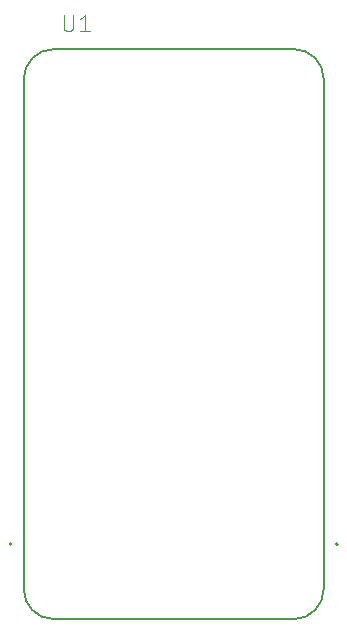
<source format=gbr>
%TF.GenerationSoftware,KiCad,Pcbnew,5.1.6*%
%TF.CreationDate,2020-06-18T23:16:12-07:00*%
%TF.ProjectId,draft,64726166-742e-46b6-9963-61645f706362,rev?*%
%TF.SameCoordinates,Original*%
%TF.FileFunction,Legend,Top*%
%TF.FilePolarity,Positive*%
%FSLAX46Y46*%
G04 Gerber Fmt 4.6, Leading zero omitted, Abs format (unit mm)*
G04 Created by KiCad (PCBNEW 5.1.6) date 2020-06-18 23:16:12*
%MOMM*%
%LPD*%
G01*
G04 APERTURE LIST*
%ADD10C,0.127000*%
%ADD11C,0.200000*%
%ADD12C,0.015000*%
G04 APERTURE END LIST*
D10*
%TO.C,U1*%
X106720001Y-87905001D02*
G75*
G02*
X104180001Y-90445001I-2540000J0D01*
G01*
X106720001Y-44725001D02*
G75*
G03*
X104180001Y-42185001I-2540000J0D01*
G01*
X83860001Y-90445001D02*
G75*
G02*
X81320001Y-87905001I0J2540000D01*
G01*
X81320001Y-44725001D02*
G75*
G02*
X83860001Y-42185001I2540000J0D01*
G01*
D11*
X80310001Y-84095001D02*
G75*
G03*
X80310001Y-84095001I-100000J0D01*
G01*
X107930001Y-84095001D02*
G75*
G03*
X107930001Y-84095001I-100000J0D01*
G01*
D10*
X83860001Y-42185001D02*
X104180001Y-42185001D01*
X81320001Y-87905001D02*
X81320001Y-44725001D01*
X104180001Y-90445001D02*
X83860001Y-90445001D01*
X106720001Y-44725001D02*
X106720001Y-87905001D01*
D12*
X84698334Y-39259334D02*
X84698334Y-40392667D01*
X84765001Y-40526001D01*
X84831667Y-40592667D01*
X84965001Y-40659334D01*
X85231667Y-40659334D01*
X85365001Y-40592667D01*
X85431667Y-40526001D01*
X85498334Y-40392667D01*
X85498334Y-39259334D01*
X86898334Y-40659334D02*
X86098334Y-40659334D01*
X86498334Y-40659334D02*
X86498334Y-39259334D01*
X86365001Y-39459334D01*
X86231667Y-39592667D01*
X86098334Y-39659334D01*
%TD*%
M02*

</source>
